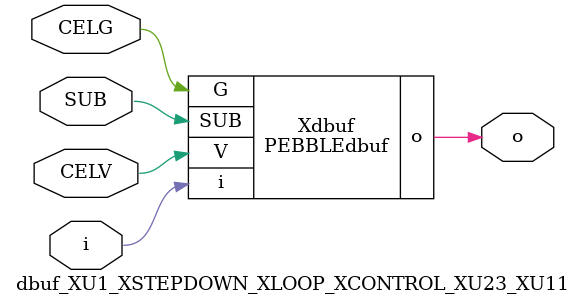
<source format=v>



module PEBBLEdbuf ( o, G, SUB, V, i );

  input V;
  input i;
  input G;
  output o;
  input SUB;
endmodule

//Celera Confidential Do Not Copy dbuf_XU1_XSTEPDOWN_XLOOP_XCONTROL_XU23_XU11
//Celera Confidential Symbol Generator
//Digital Buffer
module dbuf_XU1_XSTEPDOWN_XLOOP_XCONTROL_XU23_XU11 (CELV,CELG,i,o,SUB);
input CELV;
input CELG;
input i;
input SUB;
output o;

//Celera Confidential Do Not Copy dbuf
PEBBLEdbuf Xdbuf(
.V (CELV),
.i (i),
.o (o),
.SUB (SUB),
.G (CELG)
);
//,diesize,PEBBLEdbuf

//Celera Confidential Do Not Copy Module End
//Celera Schematic Generator
endmodule

</source>
